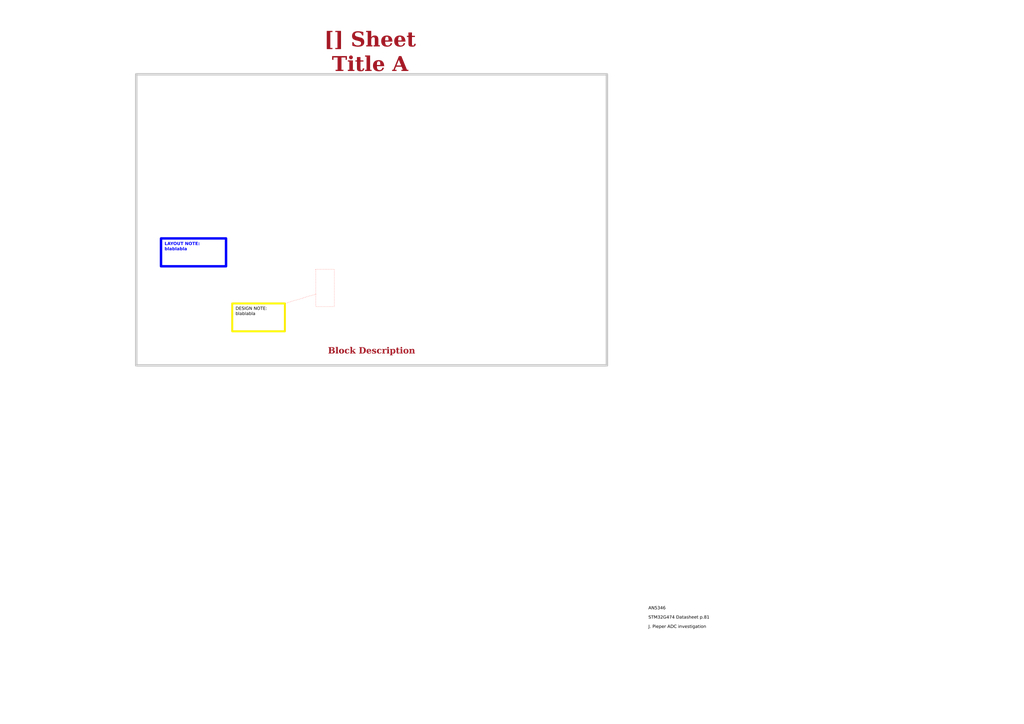
<source format=kicad_sch>
(kicad_sch
	(version 20250114)
	(generator "eeschema")
	(generator_version "9.0")
	(uuid "ea8c4f5e-7a49-4faf-a994-dbc85ed86b0a")
	(paper "A3")
	(title_block
		(title "Sheet Title A")
		(date "Last Modified Date")
		(rev "${REVISION}")
		(company "${COMPANY}")
	)
	(lib_symbols)
	(rectangle
		(start 129.54 110.49)
		(end 137.16 125.73)
		(stroke
			(width 0)
			(type dot)
			(color 255 0 0 1)
		)
		(fill
			(type none)
		)
		(uuid 1d95e40b-2bfb-46ac-aef7-d61406185c71)
	)
	(rectangle
		(start 55.88 30.48)
		(end 248.92 149.86)
		(stroke
			(width 1)
			(type default)
			(color 200 200 200 1)
		)
		(fill
			(type none)
		)
		(uuid bb86d4de-8a6c-49fd-bb3c-0c8f9cc72e55)
	)
	(text "J. Pieper ADC investigation"
		(exclude_from_sim no)
		(at 265.938 258.318 0)
		(effects
			(font
				(face "Arial")
				(size 1.27 1.27)
				(color 0 0 0 1)
			)
			(justify left bottom)
			(href "https://jpieper.com/2023/07/24/stm32g4-adc-performance-part-2/")
		)
		(uuid "9b3ecc35-3df2-428b-a29e-c6c2c744422e")
	)
	(text "STM32G474 Datasheet p.81"
		(exclude_from_sim no)
		(at 265.938 254.508 0)
		(effects
			(font
				(face "Arial")
				(size 1.27 1.27)
				(color 0 0 0 1)
			)
			(justify left bottom)
			(href "https://www.st.com/resource/en/datasheet/stm32g474cb.pdf")
		)
		(uuid "e6fea1fe-2cf8-4a39-929e-14f4aedafb02")
	)
	(text "AN5346"
		(exclude_from_sim no)
		(at 265.938 250.698 0)
		(effects
			(font
				(face "Arial")
				(size 1.27 1.27)
				(color 0 0 0 1)
			)
			(justify left bottom)
			(href "https://www.st.com/resource/en/application_note/an5346-stm32g4-adc-use-tips-and-recommendations-stmicroelectronics.pdf")
		)
		(uuid "f25578fd-4ab6-4599-95bc-eaa8a509f479")
	)
	(text_box "LAYOUT NOTE:\nblablabla"
		(exclude_from_sim no)
		(at 66.04 97.79 0)
		(size 26.67 11.43)
		(margins 1.4525 1.4525 1.4525 1.4525)
		(stroke
			(width 1)
			(type solid)
			(color 0 0 255 1)
		)
		(fill
			(type none)
		)
		(effects
			(font
				(face "Arial")
				(size 1.27 1.27)
				(thickness 0.4)
				(bold yes)
				(color 0 0 255 1)
			)
			(justify left top)
		)
		(uuid "59800026-abce-490f-af73-e553b627145c")
	)
	(text_box "[${#}] ${TITLE}"
		(exclude_from_sim no)
		(at 115.57 15.24 0)
		(size 72.39 12.7)
		(margins 4.4999 4.4999 4.4999 4.4999)
		(stroke
			(width -0.0001)
			(type default)
		)
		(fill
			(type none)
		)
		(effects
			(font
				(face "Times New Roman")
				(size 6 6)
				(thickness 1.2)
				(bold yes)
				(color 162 22 34 1)
			)
		)
		(uuid "b2c13488-4f2f-433b-bdc6-d210d1646aca")
	)
	(text_box "Block Description"
		(exclude_from_sim no)
		(at 57.15 139.7 0)
		(size 190.5 7.62)
		(margins 1.9049 1.9049 1.9049 1.9049)
		(stroke
			(width -0.0001)
			(type default)
		)
		(fill
			(type none)
		)
		(effects
			(font
				(face "Times New Roman")
				(size 2.54 2.54)
				(thickness 0.508)
				(bold yes)
				(color 162 22 34 1)
			)
			(justify bottom)
		)
		(uuid "b610ad11-6470-4e17-bb6a-df05c5ad2515")
	)
	(text_box "DESIGN NOTE:\nblablabla"
		(exclude_from_sim no)
		(at 95.25 124.46 0)
		(size 21.59 11.43)
		(margins 1.3525 1.3525 1.3525 1.3525)
		(stroke
			(width 0.8)
			(type solid)
			(color 250 236 0 1)
		)
		(fill
			(type none)
		)
		(effects
			(font
				(face "Arial")
				(size 1.27 1.27)
				(color 0 0 0 1)
			)
			(justify left top)
		)
		(uuid "e0003229-9448-4893-9fb1-bea9e839bb75")
	)
	(polyline
		(pts
			(xy 129.54 120.65) (xy 116.84 124.46)
		)
		(stroke
			(width 0)
			(type dot)
			(color 255 0 0 1)
		)
		(uuid "dbc0dbb3-ec35-483a-84d2-c330277e1998")
	)
)

</source>
